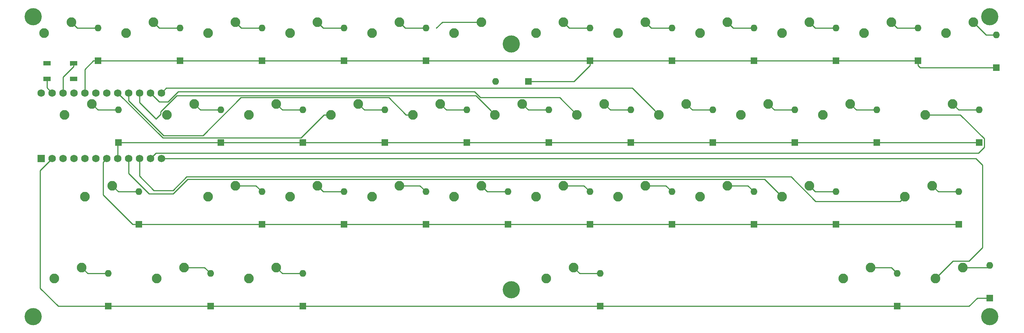
<source format=gbr>
G04 #@! TF.GenerationSoftware,KiCad,Pcbnew,(5.1.4)-1*
G04 #@! TF.CreationDate,2020-10-25T14:57:06-07:00*
G04 #@! TF.ProjectId,cheepcheep,63686565-7063-4686-9565-702e6b696361,rev?*
G04 #@! TF.SameCoordinates,Original*
G04 #@! TF.FileFunction,Copper,L2,Bot*
G04 #@! TF.FilePolarity,Positive*
%FSLAX46Y46*%
G04 Gerber Fmt 4.6, Leading zero omitted, Abs format (unit mm)*
G04 Created by KiCad (PCBNEW (5.1.4)-1) date 2020-10-25 14:57:06*
%MOMM*%
%LPD*%
G04 APERTURE LIST*
%ADD10C,2.250000*%
%ADD11R,1.800000X1.100000*%
%ADD12C,4.000000*%
%ADD13C,0.500000*%
%ADD14C,1.752600*%
%ADD15R,1.752600X1.752600*%
%ADD16R,1.600000X1.600000*%
%ADD17O,1.600000X1.600000*%
%ADD18C,0.250000*%
G04 APERTURE END LIST*
D10*
X54927500Y-33020000D03*
X48577500Y-35560000D03*
D11*
X55487500Y-46300000D03*
X49287500Y-42600000D03*
X55487500Y-42600000D03*
X49287500Y-46300000D03*
D10*
X169227500Y-33020000D03*
X162877500Y-35560000D03*
X83502500Y-52070000D03*
X77152500Y-54610000D03*
X165258750Y-92710000D03*
X171608750Y-90170000D03*
D12*
X157162500Y-95337500D03*
D13*
X158662500Y-95337500D03*
X155662500Y-95337500D03*
X157162500Y-96837500D03*
X157162500Y-93837500D03*
X158222500Y-96397500D03*
X156102500Y-96397500D03*
X156102500Y-94277500D03*
X158222500Y-94277500D03*
X158222500Y-37040000D03*
X156102500Y-37040000D03*
X156102500Y-39160000D03*
X158222500Y-39160000D03*
X157162500Y-36600000D03*
X157162500Y-39600000D03*
X155662500Y-38100000D03*
X158662500Y-38100000D03*
D12*
X157162500Y-38100000D03*
X46037500Y-31750000D03*
D13*
X47537500Y-31750000D03*
X44537500Y-31750000D03*
X46037500Y-33250000D03*
X46037500Y-30250000D03*
X47097500Y-32810000D03*
X44977500Y-32810000D03*
X44977500Y-30690000D03*
X47097500Y-30690000D03*
X269347500Y-30690000D03*
X267227500Y-30690000D03*
X267227500Y-32810000D03*
X269347500Y-32810000D03*
X268287500Y-30250000D03*
X268287500Y-33250000D03*
X266787500Y-31750000D03*
X269787500Y-31750000D03*
D12*
X268287500Y-31750000D03*
D13*
X269347500Y-100540000D03*
X267227500Y-100540000D03*
X267227500Y-102660000D03*
X269347500Y-102660000D03*
X268287500Y-100100000D03*
X268287500Y-103100000D03*
X266787500Y-101600000D03*
X269787500Y-101600000D03*
D12*
X268287500Y-101600000D03*
D13*
X47097500Y-100540000D03*
X44977500Y-100540000D03*
X44977500Y-102660000D03*
X47097500Y-102660000D03*
X46037500Y-100100000D03*
X46037500Y-103100000D03*
X44537500Y-101600000D03*
X47537500Y-101600000D03*
D12*
X46037500Y-101600000D03*
D10*
X262096250Y-90170000D03*
X255746250Y-92710000D03*
X81121250Y-90170000D03*
X74771250Y-92710000D03*
X57308750Y-90170000D03*
X50958750Y-92710000D03*
X254952500Y-71120000D03*
X248602500Y-73660000D03*
X64452500Y-71120000D03*
X58102500Y-73660000D03*
X259715000Y-52070000D03*
X253365000Y-54610000D03*
X59690000Y-52070000D03*
X53340000Y-54610000D03*
D14*
X47942500Y-49530000D03*
X75882500Y-64770000D03*
X50482500Y-49530000D03*
X53022500Y-49530000D03*
X55562500Y-49530000D03*
X58102500Y-49530000D03*
X60642500Y-49530000D03*
X63182500Y-49530000D03*
X65722500Y-49530000D03*
X68262500Y-49530000D03*
X70802500Y-49530000D03*
X73342500Y-49530000D03*
X75882500Y-49530000D03*
X73342500Y-64770000D03*
X70802500Y-64770000D03*
X68262500Y-64770000D03*
X65722500Y-64770000D03*
X63182500Y-64770000D03*
X60642500Y-64770000D03*
X58102500Y-64770000D03*
X55562500Y-64770000D03*
X53022500Y-64770000D03*
X50482500Y-64770000D03*
D15*
X47942500Y-64770000D03*
D10*
X240665000Y-90170000D03*
X234315000Y-92710000D03*
X102552500Y-90170000D03*
X96202500Y-92710000D03*
X226377500Y-71120000D03*
X220027500Y-73660000D03*
X207327500Y-71120000D03*
X200977500Y-73660000D03*
X188277500Y-71120000D03*
X181927500Y-73660000D03*
X169227500Y-71120000D03*
X162877500Y-73660000D03*
X150177500Y-71120000D03*
X143827500Y-73660000D03*
X131127500Y-71120000D03*
X124777500Y-73660000D03*
X112077500Y-71120000D03*
X105727500Y-73660000D03*
X93027500Y-71120000D03*
X86677500Y-73660000D03*
X235902500Y-52070000D03*
X229552500Y-54610000D03*
X216852500Y-52070000D03*
X210502500Y-54610000D03*
X197802500Y-52070000D03*
X191452500Y-54610000D03*
X178752500Y-52070000D03*
X172402500Y-54610000D03*
X159702500Y-52070000D03*
X153352500Y-54610000D03*
X140652500Y-52070000D03*
X134302500Y-54610000D03*
X121602500Y-52070000D03*
X115252500Y-54610000D03*
X102552500Y-52070000D03*
X96202500Y-54610000D03*
X264477500Y-33020000D03*
X258127500Y-35560000D03*
X245427500Y-33020000D03*
X239077500Y-35560000D03*
X226377500Y-33020000D03*
X220027500Y-35560000D03*
X207327500Y-33020000D03*
X200977500Y-35560000D03*
X188277500Y-33020000D03*
X181927500Y-35560000D03*
X150177500Y-33020000D03*
X143827500Y-35560000D03*
X131127500Y-33020000D03*
X124777500Y-35560000D03*
X112077500Y-33020000D03*
X105727500Y-35560000D03*
X93027500Y-33020000D03*
X86677500Y-35560000D03*
X73977500Y-33020000D03*
X67627500Y-35560000D03*
D16*
X268287500Y-97313750D03*
D17*
X268287500Y-89693750D03*
D16*
X246856250Y-99218750D03*
D17*
X246856250Y-91598750D03*
D16*
X177800000Y-99218750D03*
D17*
X177800000Y-91598750D03*
D16*
X108743750Y-99218750D03*
D17*
X108743750Y-91598750D03*
D16*
X87312500Y-99218750D03*
D17*
X87312500Y-91598750D03*
D16*
X63500000Y-99218750D03*
D17*
X63500000Y-91598750D03*
D16*
X261143750Y-80168750D03*
D17*
X261143750Y-72548750D03*
D16*
X232568750Y-80168750D03*
D17*
X232568750Y-72548750D03*
D16*
X213518750Y-80168750D03*
D17*
X213518750Y-72548750D03*
D16*
X194468750Y-80168750D03*
D17*
X194468750Y-72548750D03*
D16*
X175418750Y-80168750D03*
D17*
X175418750Y-72548750D03*
D16*
X156368750Y-80168750D03*
D17*
X156368750Y-72548750D03*
D16*
X137318750Y-80168750D03*
D17*
X137318750Y-72548750D03*
D16*
X118268750Y-80168750D03*
D17*
X118268750Y-72548750D03*
D16*
X99218750Y-80168750D03*
D17*
X99218750Y-72548750D03*
D16*
X70643750Y-80168750D03*
D17*
X70643750Y-72548750D03*
D16*
X265906250Y-61118750D03*
D17*
X265906250Y-53498750D03*
D16*
X242093750Y-61118750D03*
D17*
X242093750Y-53498750D03*
D16*
X223043750Y-61118750D03*
D17*
X223043750Y-53498750D03*
D16*
X203993750Y-61118750D03*
D17*
X203993750Y-53498750D03*
D16*
X184943750Y-61118750D03*
D17*
X184943750Y-53498750D03*
D16*
X165893750Y-61118750D03*
D17*
X165893750Y-53498750D03*
D16*
X146843750Y-61118750D03*
D17*
X146843750Y-53498750D03*
D16*
X127793750Y-61118750D03*
D17*
X127793750Y-53498750D03*
D16*
X108743750Y-61118750D03*
D17*
X108743750Y-53498750D03*
D16*
X89693750Y-61118750D03*
D17*
X89693750Y-53498750D03*
D16*
X65881250Y-61118750D03*
D17*
X65881250Y-53498750D03*
D16*
X269875000Y-43656250D03*
D17*
X269875000Y-36036250D03*
D16*
X251618750Y-42068750D03*
D17*
X251618750Y-34448750D03*
D16*
X232568750Y-42068750D03*
D17*
X232568750Y-34448750D03*
D16*
X213518750Y-42068750D03*
D17*
X213518750Y-34448750D03*
D16*
X194468750Y-42068750D03*
D17*
X194468750Y-34448750D03*
D16*
X175418750Y-42068750D03*
D17*
X175418750Y-34448750D03*
D16*
X161131250Y-46831250D03*
D17*
X153511250Y-46831250D03*
D16*
X137318750Y-42068750D03*
D17*
X137318750Y-34448750D03*
D16*
X118268750Y-42068750D03*
D17*
X118268750Y-34448750D03*
D16*
X99218750Y-42068750D03*
D17*
X99218750Y-34448750D03*
D16*
X80168750Y-42068750D03*
D17*
X80168750Y-34448750D03*
D16*
X61118750Y-42068750D03*
D17*
X61118750Y-34448750D03*
D18*
X56356250Y-34448750D02*
X61118750Y-34448750D01*
X54927500Y-33020000D02*
X56356250Y-34448750D01*
X75406250Y-34448750D02*
X80486250Y-34448750D01*
X73977500Y-33020000D02*
X75406250Y-34448750D01*
X94456250Y-34448750D02*
X99218750Y-34448750D01*
X93027500Y-33020000D02*
X94456250Y-34448750D01*
X113506250Y-34448750D02*
X118268750Y-34448750D01*
X112077500Y-33020000D02*
X113506250Y-34448750D01*
X132556250Y-34448750D02*
X137318750Y-34448750D01*
X131127500Y-33020000D02*
X132556250Y-34448750D01*
X141128750Y-33020000D02*
X139700000Y-34448750D01*
X150177500Y-33020000D02*
X141128750Y-33020000D01*
X170656250Y-34448750D02*
X175418750Y-34448750D01*
X169227500Y-33020000D02*
X170656250Y-34448750D01*
X189706250Y-34448750D02*
X194468750Y-34448750D01*
X188277500Y-33020000D02*
X189706250Y-34448750D01*
X208756250Y-34448750D02*
X213518750Y-34448750D01*
X207327500Y-33020000D02*
X208756250Y-34448750D01*
X227806250Y-34448750D02*
X232568750Y-34448750D01*
X226377500Y-33020000D02*
X227806250Y-34448750D01*
X246856250Y-34448750D02*
X251618750Y-34448750D01*
X245427500Y-33020000D02*
X246856250Y-34448750D01*
X267493750Y-36036250D02*
X269875000Y-36036250D01*
X264477500Y-33020000D02*
X267493750Y-36036250D01*
X61118750Y-53498750D02*
X65881250Y-53498750D01*
X59690000Y-52070000D02*
X61118750Y-53498750D01*
X84931250Y-53498750D02*
X89693750Y-53498750D01*
X83502500Y-52070000D02*
X84931250Y-53498750D01*
X103981250Y-53498750D02*
X108743750Y-53498750D01*
X102552500Y-52070000D02*
X103981250Y-53498750D01*
X123031250Y-53498750D02*
X127793750Y-53498750D01*
X121602500Y-52070000D02*
X123031250Y-53498750D01*
X142081250Y-53498750D02*
X146843750Y-53498750D01*
X140652500Y-52070000D02*
X142081250Y-53498750D01*
X161131250Y-53498750D02*
X165893750Y-53498750D01*
X159702500Y-52070000D02*
X161131250Y-53498750D01*
X180181250Y-53498750D02*
X184943750Y-53498750D01*
X178752500Y-52070000D02*
X180181250Y-53498750D01*
X199231250Y-53498750D02*
X203993750Y-53498750D01*
X197802500Y-52070000D02*
X199231250Y-53498750D01*
X218281250Y-53498750D02*
X223043750Y-53498750D01*
X216852500Y-52070000D02*
X218281250Y-53498750D01*
X237331250Y-53498750D02*
X242093750Y-53498750D01*
X235902500Y-52070000D02*
X237331250Y-53498750D01*
X261143750Y-53498750D02*
X265906250Y-53498750D01*
X259715000Y-52070000D02*
X261143750Y-53498750D01*
X65881250Y-72548750D02*
X70643750Y-72548750D01*
X64452500Y-71120000D02*
X65881250Y-72548750D01*
X97790000Y-71120000D02*
X99218750Y-72548750D01*
X93027500Y-71120000D02*
X97790000Y-71120000D01*
X113506250Y-72548750D02*
X118268750Y-72548750D01*
X112077500Y-71120000D02*
X113506250Y-72548750D01*
X135890000Y-71120000D02*
X137318750Y-72548750D01*
X131127500Y-71120000D02*
X135890000Y-71120000D01*
X151606250Y-72548750D02*
X156368750Y-72548750D01*
X150177500Y-71120000D02*
X151606250Y-72548750D01*
X173990000Y-71120000D02*
X175418750Y-72548750D01*
X169227500Y-71120000D02*
X173990000Y-71120000D01*
X193040000Y-71120000D02*
X194468750Y-72548750D01*
X188277500Y-71120000D02*
X193040000Y-71120000D01*
X212090000Y-71120000D02*
X213518750Y-72548750D01*
X207327500Y-71120000D02*
X212090000Y-71120000D01*
X227806250Y-72548750D02*
X232568750Y-72548750D01*
X226377500Y-71120000D02*
X227806250Y-72548750D01*
X256381250Y-72548750D02*
X261143750Y-72548750D01*
X254952500Y-71120000D02*
X256381250Y-72548750D01*
X58737500Y-91598750D02*
X63500000Y-91598750D01*
X57308750Y-90170000D02*
X58737500Y-91598750D01*
X85883750Y-90170000D02*
X87312500Y-91598750D01*
X81121250Y-90170000D02*
X85883750Y-90170000D01*
X107612380Y-91598750D02*
X108743750Y-91598750D01*
X103981250Y-91598750D02*
X107612380Y-91598750D01*
X102552500Y-90170000D02*
X103981250Y-91598750D01*
X173037500Y-91598750D02*
X177800000Y-91598750D01*
X171608750Y-90170000D02*
X173037500Y-91598750D01*
X245427500Y-90170000D02*
X246856250Y-91598750D01*
X240665000Y-90170000D02*
X245427500Y-90170000D01*
X267811250Y-90170000D02*
X268287500Y-89693750D01*
X262096250Y-90170000D02*
X267811250Y-90170000D01*
X251618750Y-43118750D02*
X251618750Y-42068750D01*
X252156250Y-43656250D02*
X251618750Y-43118750D01*
X269875000Y-43656250D02*
X252156250Y-43656250D01*
X250568750Y-42068750D02*
X232568750Y-42068750D01*
X251618750Y-42068750D02*
X250568750Y-42068750D01*
X232568750Y-42068750D02*
X213518750Y-42068750D01*
X213518750Y-42068750D02*
X194468750Y-42068750D01*
X194468750Y-42068750D02*
X175418750Y-42068750D01*
X137318750Y-42068750D02*
X118268750Y-42068750D01*
X118268750Y-42068750D02*
X99218750Y-42068750D01*
X99218750Y-42068750D02*
X80168750Y-42068750D01*
X80168750Y-42068750D02*
X61118750Y-42068750D01*
X60068750Y-42068750D02*
X61118750Y-42068750D01*
X58102500Y-44035000D02*
X60068750Y-42068750D01*
X58102500Y-49530000D02*
X58102500Y-44035000D01*
X137318750Y-42068750D02*
X139700000Y-42068750D01*
X139700000Y-42068750D02*
X175418750Y-42068750D01*
X175418750Y-43118750D02*
X175418750Y-42068750D01*
X171706250Y-46831250D02*
X175418750Y-43118750D01*
X161131250Y-46831250D02*
X171706250Y-46831250D01*
X66931250Y-61118750D02*
X89693750Y-61118750D01*
X65881250Y-61118750D02*
X66931250Y-61118750D01*
X89693750Y-61118750D02*
X108743750Y-61118750D01*
X109793750Y-61118750D02*
X127793750Y-61118750D01*
X108743750Y-61118750D02*
X109793750Y-61118750D01*
X127793750Y-61118750D02*
X146843750Y-61118750D01*
X146843750Y-61118750D02*
X165893750Y-61118750D01*
X165893750Y-61118750D02*
X184943750Y-61118750D01*
X184943750Y-61118750D02*
X203993750Y-61118750D01*
X203993750Y-61118750D02*
X223043750Y-61118750D01*
X223043750Y-61118750D02*
X242093750Y-61118750D01*
X242093750Y-61118750D02*
X265906250Y-61118750D01*
X65722500Y-61277500D02*
X65881250Y-61118750D01*
X65722500Y-64770000D02*
X65722500Y-61277500D01*
X261143750Y-80168750D02*
X232568750Y-80168750D01*
X232568750Y-80168750D02*
X213518750Y-80168750D01*
X213518750Y-80168750D02*
X194468750Y-80168750D01*
X194468750Y-80168750D02*
X175418750Y-80168750D01*
X175418750Y-80168750D02*
X156368750Y-80168750D01*
X156368750Y-80168750D02*
X137318750Y-80168750D01*
X137318750Y-80168750D02*
X118268750Y-80168750D01*
X118268750Y-80168750D02*
X99218750Y-80168750D01*
X99218750Y-80168750D02*
X70643750Y-80168750D01*
X69593750Y-80168750D02*
X70643750Y-80168750D01*
X69185248Y-80168750D02*
X69593750Y-80168750D01*
X62306201Y-73289703D02*
X69185248Y-80168750D01*
X62306201Y-65646299D02*
X62306201Y-73289703D01*
X63182500Y-64770000D02*
X62306201Y-65646299D01*
X63500000Y-99218750D02*
X87312500Y-99218750D01*
X87312500Y-99218750D02*
X108743750Y-99218750D01*
X108743750Y-99218750D02*
X177800000Y-99218750D01*
X177800000Y-99218750D02*
X246856250Y-99218750D01*
X246856250Y-99218750D02*
X263525000Y-99218750D01*
X265430000Y-97313750D02*
X268287500Y-97313750D01*
X263525000Y-99218750D02*
X265430000Y-97313750D01*
X49606201Y-65646299D02*
X50482500Y-64770000D01*
X47687349Y-67565151D02*
X49606201Y-65646299D01*
X51881498Y-99218750D02*
X47687349Y-95024601D01*
X47687349Y-95024601D02*
X47687349Y-67565151D01*
X63500000Y-99218750D02*
X51881498Y-99218750D01*
X113661510Y-54610000D02*
X115252500Y-54610000D01*
X76186249Y-59993749D02*
X108277761Y-59993749D01*
X108277761Y-59993749D02*
X113661510Y-54610000D01*
X65722500Y-49530000D02*
X76186249Y-59993749D01*
X68262500Y-50769275D02*
X68262500Y-49530000D01*
X68262500Y-51306002D02*
X68262500Y-50769275D01*
X76425399Y-59468901D02*
X68262500Y-51306002D01*
X85499601Y-59468901D02*
X76425399Y-59468901D01*
X94348503Y-50619999D02*
X85499601Y-59468901D01*
X132711510Y-54610000D02*
X128721509Y-50619999D01*
X128721509Y-50619999D02*
X94348503Y-50619999D01*
X134302500Y-54610000D02*
X132711510Y-54610000D01*
X152227501Y-53485001D02*
X153352500Y-54610000D01*
X148912490Y-50169990D02*
X152227501Y-53485001D01*
X70802500Y-49530000D02*
X70802500Y-51752500D01*
X74612500Y-55562500D02*
X75702499Y-54472501D01*
X70802500Y-51752500D02*
X74612500Y-55562500D01*
X75702499Y-53913999D02*
X79446508Y-50169990D01*
X75702499Y-54472501D02*
X75702499Y-53913999D01*
X79446508Y-50169990D02*
X148912490Y-50169990D01*
X149998909Y-50619999D02*
X148591410Y-49212500D01*
X172402500Y-54610000D02*
X168412499Y-50619999D01*
X168412499Y-50619999D02*
X149998909Y-50619999D01*
X79767588Y-49212500D02*
X77386338Y-51593750D01*
X148591410Y-49212500D02*
X79767588Y-49212500D01*
X75406250Y-51593750D02*
X73342500Y-49530000D01*
X77386338Y-51593750D02*
X75406250Y-51593750D01*
X190327501Y-53485001D02*
X191452500Y-54610000D01*
X185261250Y-48418750D02*
X190327501Y-53485001D01*
X76993750Y-48418750D02*
X185261250Y-48418750D01*
X75882500Y-49530000D02*
X76993750Y-48418750D01*
X68262500Y-64770000D02*
X68262500Y-68262500D01*
X68262500Y-68262500D02*
X73025000Y-73025000D01*
X73025000Y-73025000D02*
X78581250Y-73025000D01*
X218902501Y-72535001D02*
X220027500Y-73660000D01*
X81936251Y-69669999D02*
X216037499Y-69669999D01*
X216037499Y-69669999D02*
X218902501Y-72535001D01*
X78581250Y-73025000D02*
X81936251Y-69669999D01*
X247477501Y-74784999D02*
X248602500Y-73660000D01*
X70802500Y-64770000D02*
X70802500Y-68897500D01*
X227896497Y-74784999D02*
X247477501Y-74784999D01*
X70802500Y-68897500D02*
X74136250Y-72231250D01*
X74136250Y-72231250D02*
X78581250Y-72231250D01*
X78581250Y-72231250D02*
X81756250Y-69056250D01*
X81756250Y-69056250D02*
X222167748Y-69056250D01*
X222167748Y-69056250D02*
X227896497Y-74784999D01*
X254955990Y-54610000D02*
X253365000Y-54610000D01*
X261491002Y-54610000D02*
X254955990Y-54610000D01*
X267031251Y-60150249D02*
X261491002Y-54610000D01*
X267031251Y-62178751D02*
X267031251Y-60150249D01*
X265710002Y-63500000D02*
X267031251Y-62178751D01*
X74612500Y-63500000D02*
X265710002Y-63500000D01*
X73342500Y-64770000D02*
X74612500Y-63500000D01*
X256871249Y-91585001D02*
X255746250Y-92710000D01*
X259736251Y-88719999D02*
X256871249Y-91585001D01*
X263485725Y-88719999D02*
X259736251Y-88719999D01*
X266637651Y-85568073D02*
X263485725Y-88719999D01*
X266637651Y-66331239D02*
X266637651Y-85568073D01*
X265076412Y-64770000D02*
X266637651Y-66331239D01*
X75882500Y-64770000D02*
X265076412Y-64770000D01*
X54768750Y-42337500D02*
X54768750Y-43137500D01*
X53022500Y-48290725D02*
X53022500Y-49530000D01*
X53022500Y-45865000D02*
X53022500Y-48290725D01*
X55487500Y-43400000D02*
X53022500Y-45865000D01*
X55487500Y-42600000D02*
X55487500Y-43400000D01*
X49287500Y-48335000D02*
X50482500Y-49530000D01*
X49287500Y-46300000D02*
X49287500Y-48335000D01*
M02*

</source>
